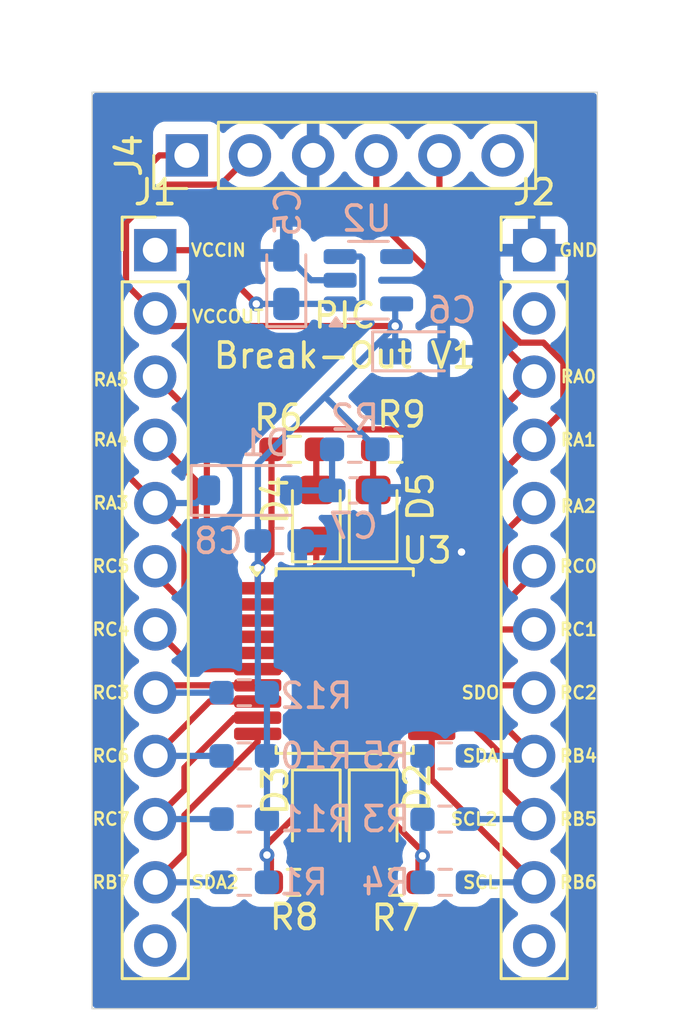
<source format=kicad_pcb>
(kicad_pcb (version 20240108) (generator "pcbnew") (generator_version "8.0")
  (layers (0 "F.Cu" signal) (31 "B.Cu" signal) (34 "B.Paste" user) (35 "F.Paste" user) (36 "B.SilkS" user "B.Silkscreen") (37 "F.SilkS" user "F.Silkscreen") (38 "B.Mask" user) (39 "F.Mask" user) (44 "Edge.Cuts" user))
  (net 0 "")
  (net 1 "GND")
  (net 2 "VCCIN")
  (net 3 "VCCOUT")
  (net 4 "Net-(D1-A)")
  (net 5 "Net-(D2-A)")
  (net 6 "Net-(D3-A)")
  (net 7 "RA4")
  (net 8 "RA5")
  (net 9 "RB7-SDA2")
  (net 10 "RB6-SCL")
  (net 11 "RB5-SCL2")
  (net 12 "RB4-SDA")
  (net 13 "RC7")
  (net 14 "RC6")
  (net 15 "RC3")
  (net 16 "RC4")
  (net 17 "RC5")
  (net 18 "RC2-SDO")
  (net 19 "RC1")
  (net 20 "RC0")
  (net 21 "RA2")
  (net 22 "RA3")
  (net 23 "RA1")
  (net 24 "RA0")
  (net 25 "Net-(D4-A)")
  (net 26 "Net-(D5-A)")
  (footprint "LED_SMD:LED_0805_2012Metric_Pad1.15x1.40mm_HandSolder" (layer "F.Cu") (at 192.278 138.947 -90)
    (property "Reference" "D2" (at -1.152 -1.778 90) (layer "F.SilkS"))
    (property "Value" "LED")
    (fp_line (start -1.86 0.96) (end 1 0.96) (stroke (width 0.12)) (layer "F.SilkS"))
    (fp_line (start -1.86 -0.96) (end -1.86 0.96) (stroke (width 0.12)) (layer "F.SilkS"))
    (fp_line (start 1 -0.96) (end -1.86 -0.96) (stroke (width 0.12)) (layer "F.SilkS"))
    (pad "1" smd roundrect (at -1.025 0 270) (size 1.15 1.4) (layers "F.Cu" "F.Paste" "F.Mask") (roundrect_rratio 0.217391) (net 19 "RC1"))
    (pad "2" smd roundrect (at 1.025 0 270) (size 1.15 1.4) (layers "F.Cu" "F.Paste" "F.Mask") (roundrect_rratio 0.217391) (net 5 "Net-(D2-A)"))
  )
  (footprint "LED_SMD:LED_0805_2012Metric_Pad1.15x1.40mm_HandSolder" (layer "F.Cu") (at 189.992 138.947 -90)
    (property "Reference" "D3" (at -1.025 1.651 90) (layer "F.SilkS"))
    (property "Value" "LED")
    (fp_line (start -1.86 0.96) (end 1 0.96) (stroke (width 0.12)) (layer "F.SilkS"))
    (fp_line (start -1.86 -0.96) (end -1.86 0.96) (stroke (width 0.12)) (layer "F.SilkS"))
    (fp_line (start 1 -0.96) (end -1.86 -0.96) (stroke (width 0.12)) (layer "F.SilkS"))
    (pad "1" smd roundrect (at -1.025 0 270) (size 1.15 1.4) (layers "F.Cu" "F.Paste" "F.Mask") (roundrect_rratio 0.217391) (net 20 "RC0"))
    (pad "2" smd roundrect (at 1.025 0 270) (size 1.15 1.4) (layers "F.Cu" "F.Paste" "F.Mask") (roundrect_rratio 0.217391) (net 6 "Net-(D3-A)"))
  )
  (footprint "Connector_PinHeader_2.54mm:PinHeader_1x06_P2.54mm_Vertical" (layer "F.Cu") (at 184.785 112.395 90)
    (property "Reference" "J4" (at 0 -2.33 90) (layer "F.SilkS"))
    (property "Value" "Conn_01x06_Pin")
    (fp_line (start -1.33 -1.33) (end 0 -1.33) (stroke (width 0.12)) (layer "F.SilkS"))
    (fp_line (start -1.33 0) (end -1.33 -1.33) (stroke (width 0.12)) (layer "F.SilkS"))
    (fp_line (start 1.33 1.27) (end 1.33 14.03) (stroke (width 0.12)) (layer "F.SilkS"))
    (fp_line (start -1.33 1.27) (end 1.33 1.27) (stroke (width 0.12)) (layer "F.SilkS"))
    (fp_line (start -1.33 1.27) (end -1.33 14.03) (stroke (width 0.12)) (layer "F.SilkS"))
    (fp_line (start -1.33 14.03) (end 1.33 14.03) (stroke (width 0.12)) (layer "F.SilkS"))
    (pad "1" thru_hole rect (at 0 0 90) (size 1.7 1.7) (drill 1) (layers "*.Cu" "*.Mask") (net 22 "RA3"))
    (pad "2" thru_hole oval (at 0 2.54 90) (size 1.7 1.7) (drill 1) (layers "*.Cu" "*.Mask") (net 3 "VCCOUT"))
    (pad "3" thru_hole oval (at 0 5.08 90) (size 1.7 1.7) (drill 1) (layers "*.Cu" "*.Mask") (net 1 "GND"))
    (pad "4" thru_hole oval (at 0 7.62 90) (size 1.7 1.7) (drill 1) (layers "*.Cu" "*.Mask") (net 24 "RA0"))
    (pad "5" thru_hole oval (at 0 10.16 90) (size 1.7 1.7) (drill 1) (layers "*.Cu" "*.Mask") (net 23 "RA1"))
    (pad "6" thru_hole oval (at 0 12.7 90) (size 1.7 1.7) (drill 1) (layers "*.Cu" "*.Mask"))
  )
  (footprint "Resistor_SMD:R_0603_1608Metric_Pad0.98x0.95mm_HandSolder" (layer "F.Cu") (at 193.1905 141.605 180)
    (property "Reference" "R7" (at 0 -1.43 0) (layer "F.SilkS"))
    (property "Value" "330R")
    (fp_line (start -0.254724 0.5225) (end 0.254724 0.5225) (stroke (width 0.12)) (layer "F.SilkS"))
    (fp_line (start -0.254724 -0.5225) (end 0.254724 -0.5225) (stroke (width 0.12)) (layer "F.SilkS"))
    (pad "1" smd roundrect (at -0.9125 0 180) (size 0.975 0.95) (layers "F.Cu" "F.Paste" "F.Mask") (net 3 "VCCOUT"))
    (pad "2" smd roundrect (at 0.9125 0 180) (size 0.975 0.95) (layers "F.Cu" "F.Paste" "F.Mask") (net 5 "Net-(D2-A)"))
  )
  (footprint "Resistor_SMD:R_0603_1608Metric_Pad0.98x0.95mm_HandSolder" (layer "F.Cu") (at 189.0795 141.605)
    (property "Reference" "R8" (at 0.0235 1.397 0) (layer "F.SilkS"))
    (property "Value" "330R")
    (fp_line (start -0.254724 -0.5225) (end 0.254724 -0.5225) (stroke (width 0.12)) (layer "F.SilkS"))
    (fp_line (start -0.254724 0.5225) (end 0.254724 0.5225) (stroke (width 0.12)) (layer "F.SilkS"))
    (pad "1" smd roundrect (at -0.9125 0) (size 0.975 0.95) (layers "F.Cu" "F.Paste" "F.Mask") (net 3 "VCCOUT"))
    (pad "2" smd roundrect (at 0.9125 0) (size 0.975 0.95) (layers "F.Cu" "F.Paste" "F.Mask") (net 6 "Net-(D3-A)"))
  )
  (footprint "Package_SO:SSOP-20_5.3x7.2mm_P0.65mm" (layer "F.Cu") (at 191.135 132.715)
    (property "Reference" "U3" (at 3.302 -4.445 0) (layer "F.SilkS"))
    (property "Value" "PIC16F18446T-I/SS")
    (fp_line (start -2.76 -3.71) (end -2.76 -3.435) (stroke (width 0.12)) (layer "F.SilkS"))
    (fp_line (start -2.76 3.71) (end -2.76 3.435) (stroke (width 0.12)) (layer "F.SilkS"))
    (fp_line (start 0 -3.71) (end -2.76 -3.71) (stroke (width 0.12)) (layer "F.SilkS"))
    (fp_line (start 0 -3.71) (end 2.76 -3.71) (stroke (width 0.12)) (layer "F.SilkS"))
    (fp_line (start 0 3.71) (end -2.76 3.71) (stroke (width 0.12)) (layer "F.SilkS"))
    (fp_line (start 0 3.71) (end 2.76 3.71) (stroke (width 0.12)) (layer "F.SilkS"))
    (fp_line (start 2.76 -3.71) (end 2.76 -3.435) (stroke (width 0.12)) (layer "F.SilkS"))
    (fp_line (start 2.76 3.71) (end 2.76 3.435) (stroke (width 0.12)) (layer "F.SilkS"))
    (fp_poly (pts (xy -3.55 -3.435) (xy -3.79 -3.765) (xy -3.31 -3.765) (xy -3.55 -3.435)) (stroke (width 0.12)) (fill solid) (layer "F.SilkS"))
    (pad "1" smd roundrect (at -3.5 -2.925) (size 1.9 0.5) (layers "F.Cu" "F.Paste" "F.Mask") (net 3 "VCCOUT"))
    (pad "2" smd roundrect (at -3.5 -2.275) (size 1.9 0.5) (layers "F.Cu" "F.Paste" "F.Mask") (net 8 "RA5"))
    (pad "3" smd roundrect (at -3.5 -1.625) (size 1.9 0.5) (layers "F.Cu" "F.Paste" "F.Mask") (net 7 "RA4"))
    (pad "4" smd roundrect (at -3.5 -0.975) (size 1.9 0.5) (layers "F.Cu" "F.Paste" "F.Mask") (net 22 "RA3"))
    (pad "5" smd roundrect (at -3.5 -0.325) (size 1.9 0.5) (layers "F.Cu" "F.Paste" "F.Mask") (net 17 "RC5"))
    (pad "6" smd roundrect (at -3.5 0.325) (size 1.9 0.5) (layers "F.Cu" "F.Paste" "F.Mask") (net 16 "RC4"))
    (pad "7" smd roundrect (at -3.5 0.975) (size 1.9 0.5) (layers "F.Cu" "F.Paste" "F.Mask") (net 15 "RC3"))
    (pad "8" smd roundrect (at -3.5 1.625) (size 1.9 0.5) (layers "F.Cu" "F.Paste" "F.Mask") (net 14 "RC6"))
    (pad "9" smd roundrect (at -3.5 2.275) (size 1.9 0.5) (layers "F.Cu" "F.Paste" "F.Mask") (net 13 "RC7"))
    (pad "10" smd roundrect (at -3.5 2.925) (size 1.9 0.5) (layers "F.Cu" "F.Paste" "F.Mask") (net 9 "RB7-SDA2"))
    (pad "11" smd roundrect (at 3.5 2.925) (size 1.9 0.5) (layers "F.Cu" "F.Paste" "F.Mask") (net 10 "RB6-SCL"))
    (pad "12" smd roundrect (at 3.5 2.275) (size 1.9 0.5) (layers "F.Cu" "F.Paste" "F.Mask") (net 11 "RB5-SCL2"))
    (pad "13" smd roundrect (at 3.5 1.625) (size 1.9 0.5) (layers "F.Cu" "F.Paste" "F.Mask") (net 12 "RB4-SDA"))
    (pad "14" smd roundrect (at 3.5 0.975) (size 1.9 0.5) (layers "F.Cu" "F.Paste" "F.Mask") (net 18 "RC2-SDO"))
    (pad "15" smd roundrect (at 3.5 0.325) (size 1.9 0.5) (layers "F.Cu" "F.Paste" "F.Mask") (net 19 "RC1"))
    (pad "16" smd roundrect (at 3.5 -0.325) (size 1.9 0.5) (layers "F.Cu" "F.Paste" "F.Mask") (net 20 "RC0"))
    (pad "17" smd roundrect (at 3.5 -0.975) (size 1.9 0.5) (layers "F.Cu" "F.Paste" "F.Mask") (net 21 "RA2"))
    (pad "18" smd roundrect (at 3.5 -1.625) (size 1.9 0.5) (layers "F.Cu" "F.Paste" "F.Mask") (net 23 "RA1"))
    (pad "19" smd roundrect (at 3.5 -2.275) (size 1.9 0.5) (layers "F.Cu" "F.Paste" "F.Mask") (net 24 "RA0"))
    (pad "20" smd roundrect (at 3.5 -2.925) (size 1.9 0.5) (layers "F.Cu" "F.Paste" "F.Mask") (net 1 "GND"))
  )
  (footprint "LED_SMD:LED_0805_2012Metric_Pad1.15x1.40mm_HandSolder" (layer "F.Cu") (at 189.992 126.864 90)
    (property "Reference" "D4" (at 0.626 -1.651 90) (layer "F.SilkS"))
    (property "Value" "LED")
    (fp_line (start 1 -0.96) (end -1.86 -0.96) (stroke (width 0.12)) (layer "F.SilkS"))
    (fp_line (start -1.86 -0.96) (end -1.86 0.96) (stroke (width 0.12)) (layer "F.SilkS"))
    (fp_line (start -1.86 0.96) (end 1 0.96) (stroke (width 0.12)) (layer "F.SilkS"))
    (pad "1" smd roundrect (at -1.025 0 90) (size 1.15 1.4) (layers "F.Cu" "F.Paste" "F.Mask") (roundrect_rratio 0.217391) (net 17 "RC5"))
    (pad "2" smd roundrect (at 1.025 0 90) (size 1.15 1.4) (layers "F.Cu" "F.Paste" "F.Mask") (roundrect_rratio 0.217391) (net 25 "Net-(D4-A)"))
  )
  (footprint "LED_SMD:LED_0805_2012Metric_Pad1.15x1.40mm_HandSolder" (layer "F.Cu") (at 192.278 126.864 90)
    (property "Reference" "D5" (at 0.753 1.905 90) (layer "F.SilkS"))
    (property "Value" "LED")
    (fp_line (start 1 -0.96) (end -1.86 -0.96) (stroke (width 0.12)) (layer "F.SilkS"))
    (fp_line (start -1.86 -0.96) (end -1.86 0.96) (stroke (width 0.12)) (layer "F.SilkS"))
    (fp_line (start -1.86 0.96) (end 1 0.96) (stroke (width 0.12)) (layer "F.SilkS"))
    (pad "1" smd roundrect (at -1.025 0 90) (size 1.15 1.4) (layers "F.Cu" "F.Paste" "F.Mask") (roundrect_rratio 0.217391) (net 16 "RC4"))
    (pad "2" smd roundrect (at 1.025 0 90) (size 1.15 1.4) (layers "F.Cu" "F.Paste" "F.Mask") (roundrect_rratio 0.217391) (net 26 "Net-(D5-A)"))
  )
  (footprint "Resistor_SMD:R_0603_1608Metric_Pad0.98x0.95mm_HandSolder" (layer "F.Cu") (at 189.103 124.206)
    (property "Reference" "R6" (at -0.635 -1.27 0) (layer "F.SilkS"))
    (property "Value" "330R")
    (fp_line (start -0.254724 -0.5225) (end 0.254724 -0.5225) (stroke (width 0.12)) (layer "F.SilkS"))
    (fp_line (start -0.254724 0.5225) (end 0.254724 0.5225) (stroke (width 0.12)) (layer "F.SilkS"))
    (pad "1" smd roundrect (at -0.9125 0) (size 0.975 0.95) (layers "F.Cu" "F.Paste" "F.Mask") (net 3 "VCCOUT"))
    (pad "2" smd roundrect (at 0.9125 0) (size 0.975 0.95) (layers "F.Cu" "F.Paste" "F.Mask") (net 25 "Net-(D4-A)"))
  )
  (footprint "Resistor_SMD:R_0603_1608Metric_Pad0.98x0.95mm_HandSolder" (layer "F.Cu") (at 193.1905 124.206 180)
    (property "Reference" "R9" (at -0.2305 1.397 0) (layer "F.SilkS"))
    (property "Value" "330R")
    (fp_line (start -0.254724 0.5225) (end 0.254724 0.5225) (stroke (width 0.12)) (layer "F.SilkS"))
    (fp_line (start -0.254724 -0.5225) (end 0.254724 -0.5225) (stroke (width 0.12)) (layer "F.SilkS"))
    (pad "1" smd roundrect (at -0.9125 0 180) (size 0.975 0.95) (layers "F.Cu" "F.Paste" "F.Mask") (net 3 "VCCOUT"))
    (pad "2" smd roundrect (at 0.9125 0 180) (size 0.975 0.95) (layers "F.Cu" "F.Paste" "F.Mask") (net 26 "Net-(D5-A)"))
  )
  (footprint "Connector_PinHeader_2.54mm:PinHeader_1x12_P2.54mm_Vertical" (layer "F.Cu") (at 183.515 116.205)
    (property "Reference" "J1" (at 0 -2.33 0) (layer "F.SilkS"))
    (property "Value" "Conn_01x12_Pin")
    (fp_line (start -1.33 -1.33) (end 0 -1.33) (stroke (width 0.12)) (layer "F.SilkS"))
    (fp_line (start -1.33 0) (end -1.33 -1.33) (stroke (width 0.12)) (layer "F.SilkS"))
    (fp_line (start -1.33 1.27) (end -1.33 29.27) (stroke (width 0.12)) (layer "F.SilkS"))
    (fp_line (start -1.33 1.27) (end 1.33 1.27) (stroke (width 0.12)) (layer "F.SilkS"))
    (fp_line (start -1.33 29.27) (end 1.33 29.27) (stroke (width 0.12)) (layer "F.SilkS"))
    (fp_line (start 1.33 1.27) (end 1.33 29.27) (stroke (width 0.12)) (layer "F.SilkS"))
    (pad "1" thru_hole rect (at 0 0) (size 1.7 1.7) (drill 1) (layers "*.Cu" "*.Mask") (net 2 "VCCIN"))
    (pad "2" thru_hole oval (at 0 2.54) (size 1.7 1.7) (drill 1) (layers "*.Cu" "*.Mask") (net 3 "VCCOUT"))
    (pad "3" thru_hole oval (at 0 5.08) (size 1.7 1.7) (drill 1) (layers "*.Cu" "*.Mask") (net 8 "RA5"))
    (pad "4" thru_hole oval (at 0 7.62) (size 1.7 1.7) (drill 1) (layers "*.Cu" "*.Mask") (net 7 "RA4"))
    (pad "5" thru_hole oval (at 0 10.16) (size 1.7 1.7) (drill 1) (layers "*.Cu" "*.Mask") (net 22 "RA3"))
    (pad "6" thru_hole oval (at 0 12.7) (size 1.7 1.7) (drill 1) (layers "*.Cu" "*.Mask") (net 17 "RC5"))
    (pad "7" thru_hole oval (at 0 15.24) (size 1.7 1.7) (drill 1) (layers "*.Cu" "*.Mask") (net 16 "RC4"))
    (pad "8" thru_hole oval (at 0 17.78) (size 1.7 1.7) (drill 1) (layers "*.Cu" "*.Mask") (net 15 "RC3"))
    (pad "9" thru_hole oval (at 0 20.32) (size 1.7 1.7) (drill 1) (layers "*.Cu" "*.Mask") (net 14 "RC6"))
    (pad "10" thru_hole oval (at 0 22.86) (size 1.7 1.7) (drill 1) (layers "*.Cu" "*.Mask") (net 13 "RC7"))
    (pad "11" thru_hole oval (at 0 25.4) (size 1.7 1.7) (drill 1) (layers "*.Cu" "*.Mask") (net 9 "RB7-SDA2"))
    (pad "12" thru_hole oval (at 0 27.94) (size 1.7 1.7) (drill 1) (layers "*.Cu" "*.Mask"))
  )
  (footprint "Connector_PinHeader_2.54mm:PinHeader_1x12_P2.54mm_Vertical" (layer "F.Cu") (at 198.755 116.205)
    (property "Reference" "J2" (at 0 -2.33 0) (layer "F.SilkS"))
    (property "Value" "Conn_01x12_Pin")
    (fp_line (start -1.33 -1.33) (end 0 -1.33) (stroke (width 0.12)) (layer "F.SilkS"))
    (fp_line (start -1.33 0) (end -1.33 -1.33) (stroke (width 0.12)) (layer "F.SilkS"))
    (fp_line (start -1.33 1.27) (end -1.33 29.27) (stroke (width 0.12)) (layer "F.SilkS"))
    (fp_line (start -1.33 1.27) (end 1.33 1.27) (stroke (width 0.12)) (layer "F.SilkS"))
    (fp_line (start -1.33 29.27) (end 1.33 29.27) (stroke (width 0.12)) (layer "F.SilkS"))
    (fp_line (start 1.33 1.27) (end 1.33 29.27) (stroke (width 0.12)) (layer "F.SilkS"))
    (pad "1" thru_hole rect (at 0 0) (size 1.7 1.7) (drill 1) (layers "*.Cu" "*.Mask") (net 1 "GND"))
    (pad "2" thru_hole oval (at 0 2.54) (size 1.7 1.7) (drill 1) (layers "*.Cu" "*.Mask"))
    (pad "3" thru_hole oval (at 0 5.08) (size 1.7 1.7) (drill 1) (layers "*.Cu" "*.Mask") (net 24 "RA0"))
    (pad "4" thru_hole oval (at 0 7.62) (size 1.7 1.7) (drill 1) (layers "*.Cu" "*.Mask") (net 23 "RA1"))
    (pad "5" thru_hole oval (at 0 10.16) (size 1.7 1.7) (drill 1) (layers "*.Cu" "*.Mask") (net 21 "RA2"))
    (pad "6" thru_hole oval (at 0 12.7) (size 1.7 1.7) (drill 1) (layers "*.Cu" "*.Mask") (net 20 "RC0"))
    (pad "7" thru_hole oval (at 0 15.24) (size 1.7 1.7) (drill 1) (layers "*.Cu" "*.Mask") (net 19 "RC1"))
    (pad "8" thru_hole oval (at 0 17.78) (size 1.7 1.7) (drill 1) (layers "*.Cu" "*.Mask") (net 18 "RC2-SDO"))
    (pad "9" thru_hole oval (at 0 20.32) (size 1.7 1.7) (drill 1) (layers "*.Cu" "*.Mask") (net 12 "RB4-SDA"))
    (pad "10" thru_hole oval (at 0 22.86) (size 1.7 1.7) (drill 1) (layers "*.Cu" "*.Mask") (net 11 "RB5-SCL2"))
    (pad "11" thru_hole oval (at 0 25.4) (size 1.7 1.7) (drill 1) (layers "*.Cu" "*.Mask") (net 10 "RB6-SCL"))
    (pad "12" thru_hole oval (at 0 27.94) (size 1.7 1.7) (drill 1) (layers "*.Cu" "*.Mask"))
  )
  (footprint "Capacitor_Tantalum_SMD:CP_EIA-2012-15_AVX-P_Pad1.30x1.05mm_HandSolder" (layer "B.Cu") (at 188.7855 117.389 90)
    (property "Reference" "C5" (at 2.708 0.0635 90) (layer "B.SilkS") (effects (justify mirror)))
    (property "Value" "10uF/10V")
    (fp_line (start 1 -0.785) (end -1.885 -0.785) (stroke (width 0.12)) (layer "B.SilkS"))
    (fp_line (start -1.885 -0.785) (end -1.885 0.785) (stroke (width 0.12)) (layer "B.SilkS"))
    (fp_line (start -1.885 0.785) (end 1 0.785) (stroke (width 0.12)) (layer "B.SilkS"))
    (pad "1" smd roundrect (at -0.975 0 90) (size 1.3 1.05) (layers "B.Cu" "B.Paste" "B.Mask") (roundrect_rratio 0.238095) (net 2 "VCCIN"))
    (pad "2" smd roundrect (at 0.975 0 90) (size 1.3 1.05) (layers "B.Cu" "B.Paste" "B.Mask") (roundrect_rratio 0.238095) (net 1 "GND"))
  )
  (footprint "Package_TO_SOT_SMD:SOT-23-5" (layer "B.Cu") (at 192.0875 117.4115)
    (property "Reference" "U2" (at -0.0635 -2.4765 0) (layer "B.SilkS") (effects (justify mirror)))
    (property "Value" "TC1185-5.0VCT713")
    (fp_line (start -0.8 -1.56) (end 0 -1.56) (stroke (width 0.12)) (layer "B.SilkS"))
    (fp_line (start -0.8 1.56) (end 0 1.56) (stroke (width 0.12)) (layer "B.SilkS"))
    (fp_line (start 0.8 -1.56) (end 0 -1.56) (stroke (width 0.12)) (layer "B.SilkS"))
    (fp_line (start 0.8 1.56) (end 0 1.56) (stroke (width 0.12)) (layer "B.SilkS"))
    (fp_poly (pts (xy -1.3 1.51) (xy -1.54 1.84) (xy -1.06 1.84) (xy -1.3 1.51)) (stroke (width 0.12)) (fill solid) (layer "B.SilkS"))
    (pad "1" smd roundrect (at -1.1375 0.95) (size 1.325 0.6) (layers "B.Cu" "B.Paste" "B.Mask") (net 2 "VCCIN"))
    (pad "2" smd roundrect (at -1.1375 0) (size 1.325 0.6) (layers "B.Cu" "B.Paste" "B.Mask") (net 1 "GND"))
    (pad "3" smd roundrect (at -1.1375 -0.95) (size 1.325 0.6) (layers "B.Cu" "B.Paste" "B.Mask") (net 2 "VCCIN"))
    (pad "4" smd roundrect (at 1.1375 -0.95) (size 1.325 0.6) (layers "B.Cu" "B.Paste" "B.Mask"))
    (pad "5" smd roundrect (at 1.1375 0.95) (size 1.325 0.6) (layers "B.Cu" "B.Paste" "B.Mask") (net 3 "VCCOUT"))
  )
  (footprint "Capacitor_SMD:C_0603_1608Metric_Pad1.08x0.95mm_HandSolder" (layer "B.Cu") (at 191.4895 125.857)
    (property "Reference" "C7" (at 0 1.43 0) (layer "B.SilkS") (effects (justify mirror)))
    (property "Value" "10nF")
    (fp_line (start 0.146267 -0.51) (end -0.146267 -0.51) (stroke (width 0.12)) (layer "B.SilkS"))
    (fp_line (start 0.146267 0.51) (end -0.146267 0.51) (stroke (width 0.12)) (layer "B.SilkS"))
    (pad "1" smd roundrect (at -0.8625 0) (size 1.075 0.95) (layers "B.Cu" "B.Paste" "B.Mask") (net 4 "Net-(D1-A)"))
    (pad "2" smd roundrect (at 0.8625 0) (size 1.075 0.95) (layers "B.Cu" "B.Paste" "B.Mask") (net 1 "GND"))
  )
  (footprint "Capacitor_SMD:C_0603_1608Metric_Pad1.08x0.95mm_HandSolder" (layer "B.Cu") (at 188.505 127.889 180)
    (property "Reference" "C8" (at 2.45 0 0) (layer "B.SilkS") (effects (justify mirror)))
    (property "Value" "100nF")
    (fp_line (start 0.146267 0.51) (end -0.146267 0.51) (stroke (width 0.12)) (layer "B.SilkS"))
    (fp_line (start 0.146267 -0.51) (end -0.146267 -0.51) (stroke (width 0.12)) (layer "B.SilkS"))
    (pad "1" smd roundrect (at -0.8625 0 180) (size 1.075 0.95) (layers "B.Cu" "B.Paste" "B.Mask") (net 1 "GND"))
    (pad "2" smd roundrect (at 0.8625 0 180) (size 1.075 0.95) (layers "B.Cu" "B.Paste" "B.Mask") (net 3 "VCCOUT"))
  )
  (footprint "Diode_SMD:D_SOD-123" (layer "B.Cu") (at 187.324 125.857)
    (property "Reference" "D1" (at 0.636 -1.905 0) (layer "B.SilkS") (effects (justify mirror)))
    (property "Value" "1N4148W")
    (fp_line (start -2.36 -1) (end -2.36 1) (stroke (width 0.12)) (layer "B.SilkS"))
    (fp_line (start 1.65 -1) (end -2.36 -1) (stroke (width 0.12)) (layer "B.SilkS"))
    (fp_line (start 1.65 1) (end -2.36 1) (stroke (width 0.12)) (layer "B.SilkS"))
    (pad "1" smd roundrect (at -1.65 0) (size 0.9 1.2) (layers "B.Cu" "B.Paste" "B.Mask") (net 22 "RA3"))
    (pad "2" smd roundrect (at 1.65 0) (size 0.9 1.2) (layers "B.Cu" "B.Paste" "B.Mask") (net 4 "Net-(D1-A)"))
  )
  (footprint "Resistor_SMD:R_0603_1608Metric_Pad0.98x0.95mm_HandSolder" (layer "B.Cu") (at 187.0945 141.605 180)
    (property "Reference" "R1" (at -2.3895 0 0) (layer "B.SilkS") (effects (justify mirror)))
    (property "Value" "4K99")
    (fp_line (start 0.254724 0.5225) (end -0.254724 0.5225) (stroke (width 0.12)) (layer "B.SilkS"))
    (fp_line (start 0.254724 -0.5225) (end -0.254724 -0.5225) (stroke (width 0.12)) (layer "B.SilkS"))
    (pad "1" smd roundrect (at -0.9125 0 180) (size 0.975 0.95) (layers "B.Cu" "B.Paste" "B.Mask") (net 3 "VCCOUT"))
    (pad "2" smd roundrect (at 0.9125 0 180) (size 0.975 0.95) (layers "B.Cu" "B.Paste" "B.Mask") (net 9 "RB7-SDA2"))
  )
  (footprint "Resistor_SMD:R_0603_1608Metric_Pad0.98x0.95mm_HandSolder" (layer "B.Cu") (at 191.5395 124.206 180)
    (property "Reference" "R2" (at 0 1.27 0) (layer "B.SilkS") (effects (justify mirror)))
    (property "Value" "4k99")
    (fp_line (start 0.254724 0.5225) (end -0.254724 0.5225) (stroke (width 0.12)) (layer "B.SilkS"))
    (fp_line (start 0.254724 -0.5225) (end -0.254724 -0.5225) (stroke (width 0.12)) (layer "B.SilkS"))
    (pad "1" smd roundrect (at -0.9125 0 180) (size 0.975 0.95) (layers "B.Cu" "B.Paste" "B.Mask") (net 3 "VCCOUT"))
    (pad "2" smd roundrect (at 0.9125 0 180) (size 0.975 0.95) (layers "B.Cu" "B.Paste" "B.Mask") (net 4 "Net-(D1-A)"))
  )
  (footprint "Resistor_SMD:R_0603_1608Metric_Pad0.98x0.95mm_HandSolder" (layer "B.Cu") (at 195.1755 139.065)
    (property "Reference" "R3" (at -2.3895 0 0) (layer "B.SilkS") (effects (justify mirror)))
    (property "Value" "4K99")
    (fp_line (start 0.254724 -0.5225) (end -0.254724 -0.5225) (stroke (width 0.12)) (layer "B.SilkS"))
    (fp_line (start 0.254724 0.5225) (end -0.254724 0.5225) (stroke (width 0.12)) (layer "B.SilkS"))
    (pad "1" smd roundrect (at -0.9125 0) (size 0.975 0.95) (layers "B.Cu" "B.Paste" "B.Mask") (net 3 "VCCOUT"))
    (pad "2" smd roundrect (at 0.9125 0) (size 0.975 0.95) (layers "B.Cu" "B.Paste" "B.Mask") (net 11 "RB5-SCL2"))
  )
  (footprint "Resistor_SMD:R_0603_1608Metric_Pad0.98x0.95mm_HandSolder" (layer "B.Cu") (at 195.1755 141.605)
    (property "Reference" "R4" (at -2.3895 0 0) (layer "B.SilkS") (effects (justify mirror)))
    (property "Value" "4K99")
    (fp_line (start 0.254724 -0.5225) (end -0.254724 -0.5225) (stroke (width 0.12)) (layer "B.SilkS"))
    (fp_line (start 0.254724 0.5225) (end -0.254724 0.5225) (stroke (width 0.12)) (layer "B.SilkS"))
    (pad "1" smd roundrect (at -0.9125 0) (size 0.975 0.95) (layers "B.Cu" "B.Paste" "B.Mask") (net 3 "VCCOUT"))
    (pad "2" smd roundrect (at 0.9125 0) (size 0.975 0.95) (layers "B.Cu" "B.Paste" "B.Mask") (net 10 "RB6-SCL"))
  )
  (footprint "Resistor_SMD:R_0603_1608Metric_Pad0.98x0.95mm_HandSolder" (layer "B.Cu") (at 195.1755 136.525)
    (property "Reference" "R5" (at -2.3895 0 0) (layer "B.SilkS") (effects (justify mirror)))
    (property "Value" "4K99")
    (fp_line (start 0.254724 -0.5225) (end -0.254724 -0.5225) (stroke (width 0.12)) (layer "B.SilkS"))
    (fp_line (start 0.254724 0.5225) (end -0.254724 0.5225) (stroke (width 0.12)) (layer "B.SilkS"))
    (pad "1" smd roundrect (at -0.9125 0) (size 0.975 0.95) (layers "B.Cu" "B.Paste" "B.Mask") (net 3 "VCCOUT"))
    (pad "2" smd roundrect (at 0.9125 0) (size 0.975 0.95) (layers "B.Cu" "B.Paste" "B.Mask") (net 12 "RB4-SDA"))
  )
  (footprint "Resistor_SMD:R_0603_1608Metric_Pad0.98x0.95mm_HandSolder" (layer "B.Cu") (at 187.0945 136.525 180)
    (property "Reference" "R10" (at -2.8975 0 0) (layer "B.SilkS") (effects (justify mirror)))
    (property "Value" "4K99")
    (fp_line (start 0.254724 0.5225) (end -0.254724 0.5225) (stroke (width 0.12)) (layer "B.SilkS"))
    (fp_line (start 0.254724 -0.5225) (end -0.254724 -0.5225) (stroke (width 0.12)) (layer "B.SilkS"))
    (pad "1" smd roundrect (at -0.9125 0 180) (size 0.975 0.95) (layers "B.Cu" "B.Paste" "B.Mask") (net 3 "VCCOUT"))
    (pad "2" smd roundrect (at 0.9125 0 180) (size 0.975 0.95) (layers "B.Cu" "B.Paste" "B.Mask") (net 14 "RC6"))
  )
  (footprint "Resistor_SMD:R_0603_1608Metric_Pad0.98x0.95mm_HandSolder" (layer "B.Cu") (at 187.0945 139.065 180)
    (property "Reference" "R11" (at -2.8975 0 0) (layer "B.SilkS") (effects (justify mirror)))
    (property "Value" "4K99")
    (fp_line (start 0.254724 0.5225) (end -0.254724 0.5225) (stroke (width 0.12)) (layer "B.SilkS"))
    (fp_line (start 0.254724 -0.5225) (end -0.254724 -0.5225) (stroke (width 0.12)) (layer "B.SilkS"))
    (pad "1" smd roundrect (at -0.9125 0 180) (size 0.975 0.95) (layers "B.Cu" "B.Paste" "B.Mask") (net 3 "VCCOUT"))
    (pad "2" smd roundrect (at 0.9125 0 180) (size 0.975 0.95) (layers "B.Cu" "B.Paste" "B.Mask") (net 13 "RC7"))
  )
  (footprint "Resistor_SMD:R_0603_1608Metric_Pad0.98x0.95mm_HandSolder" (layer "B.Cu") (at 187.0945 133.985 180)
    (property "Reference" "R12" (at -2.8975 -0.127 0) (layer "B.SilkS") (effects (justify mirror)))
    (property "Value" "4K99")
    (fp_line (start 0.254724 0.5225) (end -0.254724 0.5225) (stroke (width 0.12)) (layer "B.SilkS"))
    (fp_line (start 0.254724 -0.5225) (end -0.254724 -0.5225) (stroke (width 0.12)) (layer "B.SilkS"))
    (pad "1" smd roundrect (at -0.9125 0 180) (size 0.975 0.95) (layers "B.Cu" "B.Paste" "B.Mask") (net 3 "VCCOUT"))
    (pad "2" smd roundrect (at 0.9125 0 180) (size 0.975 0.95) (layers "B.Cu" "B.Paste" "B.Mask") (net 15 "RC3"))
  )
  (footprint "Capacitor_Tantalum_SMD:CP_EIA-2012-15_AVX-P_Pad1.30x1.05mm_HandSolder" (layer "B.Cu") (at 194.142 120.269)
    (property "Reference" "C6" (at 1.311 -1.651 0) (layer "B.SilkS") (effects (justify mirror)))
    (property "Value" "10uF/10V")
    (fp_line (start -1.885 -0.785) (end -1.885 0.785) (stroke (width 0.12)) (layer "B.SilkS"))
    (fp_line (start -1.885 0.785) (end 1 0.785) (stroke (width 0.12)) (layer "B.SilkS"))
    (fp_line (start 1 -0.785) (end -1.885 -0.785) (stroke (width 0.12)) (layer "B.SilkS"))
    (pad "1" smd roundrect (at -0.975 0) (size 1.3 1.05) (layers "B.Cu" "B.Paste" "B.Mask") (roundrect_rratio 0.238095) (net 3 "VCCOUT"))
    (pad "2" smd roundrect (at 0.975 0) (size 1.3 1.05) (layers "B.Cu" "B.Paste" "B.Mask") (roundrect_rratio 0.238095) (net 1 "GND"))
  )
  (gr_line (start 180.975 146.685) (end 180.975 109.855) (stroke (width 0.05)) (layer "Edge.Cuts"))
  (gr_line (start 180.975 109.855) (end 201.295 109.855) (stroke (width 0.05)) (layer "Edge.Cuts"))
  (gr_line (start 201.295 109.855) (end 201.295 146.685) (stroke (width 0.05)) (layer "Edge.Cuts"))
  (gr_line (start 201.295 146.685) (end 180.975 146.685) (stroke (width 0.05)) (layer "Edge.Cuts"))
  (gr_text "VCCOUT" (at 186.436 118.872 0) (layer "F.SilkS") (effects (font (size 0.5 0.5) (thickness 0.1))))
  (gr_text "RA5" (at 181.737 121.412 0) (layer "F.SilkS") (effects (font (size 0.5 0.5) (thickness 0.1))))
  (gr_text "RA4" (at 181.737 123.825 0) (layer "F.SilkS") (effects (font (size 0.5 0.5) (thickness 0.1))))
  (gr_text "RA3" (at 181.737 126.365 0) (layer "F.SilkS") (effects (font (size 0.5 0.5) (thickness 0.1))))
  (gr_text "RC5" (at 181.737 128.905 0) (layer "F.SilkS") (effects (font (size 0.5 0.5) (thickness 0.1))))
  (gr_text "RC4" (at 181.737 131.445 0) (layer "F.SilkS") (effects (font (size 0.5 0.5) (thickness 0.1))))
  (gr_text "RC3" (at 181.737 133.985 0) (layer "F.SilkS") (effects (font (size 0.5 0.5) (thickness 0.1))))
  (gr_text "RC6" (at 181.737 136.525 0) (layer "F.SilkS") (effects (font (size 0.5 0.5) (thickness 0.1))))
  (gr_text "RC7" (at 181.737 139.065 0) (layer "F.SilkS") (effects (font (size 0.5 0.5) (thickness 0.1))))
  (gr_text "RB7" (at 181.737 141.605 0) (layer "F.SilkS") (effects (font (size 0.5 0.5) (thickness 0.1))))
  (gr_text "SDA2" (at 185.928 141.605 0) (layer "F.SilkS") (effects (font (size 0.5 0.5) (thickness 0.1))))
  (gr_text "GND" (at 200.533 116.205 0) (layer "F.SilkS") (effects (font (size 0.5 0.5) (thickness 0.1))))
  (gr_text "RA0" (at 200.533 121.285 0) (layer "F.SilkS") (effects (font (size 0.5 0.5) (thickness 0.1))))
  (gr_text "RA1" (at 200.533 123.825 0) (layer "F.SilkS") (effects (font (size 0.5 0.5) (thickness 0.1))))
  (gr_text "RA2" (at 200.533 126.492 0) (layer "F.SilkS") (effects (font (size 0.5 0.5) (thickness 0.1))))
  (gr_text "RC0" (at 200.533 128.905 0) (layer "F.SilkS") (effects (font (size 0.5 0.5) (thickness 0.1))))
  (gr_text "RC1" (at 200.533 131.445 0) (layer "F.SilkS") (effects (font (size 0.5 0.5) (thickness 0.1))))
  (gr_text "RC2" (at 200.533 133.985 0) (layer "F.SilkS") (effects (font (size 0.5 0.5) (thickness 0.1))))
  (gr_text "SDO" (at 196.596 133.985 0) (layer "F.SilkS") (effects (font (size 0.5 0.5) (thickness 0.1))))
  (gr_text "RB4" (at 200.533 136.525 0) (layer "F.SilkS") (effects (font (size 0.5 0.5) (thickness 0.1))))
  (gr_text "SDA" (at 196.596 136.525 0) (layer "F.SilkS") (effects (font (size 0.5 0.5) (thickness 0.1))))
  (gr_text "RB5" (at 200.533 139.065 0) (layer "F.SilkS") (effects (font (size 0.5 0.5) (thickness 0.1))))
  (gr_text "SCL2" (at 196.342 139.065 0) (layer "F.SilkS") (effects (font (size 0.5 0.5) (thickness 0.1))))
  (gr_text "RB6" (at 200.533 141.605 0) (layer "F.SilkS") (effects (font (size 0.5 0.5) (thickness 0.1))))
  (gr_text "SCL" (at 196.596 141.605 0) (layer "F.SilkS") (effects (font (size 0.5 0.5) (thickness 0.1))))
  (gr_text "PIC\nBreak-Out V1" (at 191.135 119.634 0) (layer "F.SilkS") (effects (font (size 1 1))))
  (gr_text "VCCIN" (at 186.055 116.205 0) (layer "F.SilkS") (effects (font (size 0.5 0.5) (thickness 0.1))))
  (segment (start 194.635 129.79) (end 194.635 129.5325) (width 0.25) (layer "F.Cu") (net 1))
  (segment (start 194.635 129.5325) (end 195.834 128.3335) (width 0.25) (layer "F.Cu") (net 1))
  (via (at 195.834 128.3335) (size 0.6) (drill 0.3) (layers "F.Cu" "B.Cu") (net 1))
  (segment (start 190.9875 117.4115) (end 189.783 117.4115) (width 0.25) (layer "B.Cu") (net 1))
  (segment (start 189.783 117.4115) (end 188.7855 116.414) (width 0.25) (layer "B.Cu") (net 1))
  (segment (start 185.42 116.205) (end 187.579 118.364) (width 0.25) (layer "F.Cu") (net 2))
  (segment (start 183.515 116.205) (end 185.42 116.205) (width 0.25) (layer "F.Cu") (net 2))
  (via (at 187.579 118.364) (size 0.6) (drill 0.3) (layers "F.Cu" "B.Cu") (net 2))
  (segment (start 191.842501 118.286499) (end 191.842501 116.536501) (width 0.25) (layer "B.Cu") (net 2))
  (segment (start 190.9875 118.3615) (end 191.7675 118.3615) (width 0.25) (layer "B.Cu") (net 2))
  (segment (start 188.788 118.3615) (end 188.7855 118.364) (width 0.25) (layer "B.Cu") (net 2))
  (segment (start 191.842501 116.536501) (end 191.7675 116.4615) (width 0.25) (layer "B.Cu") (net 2))
  (segment (start 191.7675 118.3615) (end 191.842501 118.286499) (width 0.25) (layer "B.Cu") (net 2))
  (segment (start 187.579 118.364) (end 188.7855 118.364) (width 0.25) (layer "B.Cu") (net 2))
  (segment (start 190.9875 118.3615) (end 188.788 118.3615) (width 0.25) (layer "B.Cu") (net 2))
  (segment (start 191.7675 116.4615) (end 190.9875 116.4615) (width 0.25) (layer "B.Cu") (net 2))
  (segment (start 182.339999 117.569999) (end 182.339999 115.094999) (width 0.25) (layer "F.Cu") (net 3))
  (segment (start 187.635 129.79) (end 187.635 128.976) (width 0.25) (layer "F.Cu") (net 3))
  (segment (start 188.007 140.084736) (end 189.019746 139.07199) (width 0.25) (layer "F.Cu") (net 3))
  (segment (start 188.1905 124.206) (end 188.99051 123.40599) (width 0.25) (layer "F.Cu") (net 3))
  (segment (start 184.023 119.253) (end 183.515 118.745) (width 0.25) (layer "F.Cu") (net 3))
  (segment (start 188.1905 124.206) (end 188.1905 128.4205) (width 0.25) (layer "F.Cu") (net 3))
  (segment (start 183.515 118.745) (end 182.339999 117.569999) (width 0.25) (layer "F.Cu") (net 3))
  (segment (start 192.96618 139.07199) (end 194.263 140.36881) (width 0.25) (layer "F.Cu") (net 3))
  (segment (start 194.263 140.36881) (end 194.263 140.542) (width 0.25) (layer "F.Cu") (net 3))
  (segment (start 182.339999 115.094999) (end 183.864997 113.570001) (width 0.25) (layer "F.Cu") (net 3))
  (segment (start 188.167 140.669) (end 188.007 140.509) (width 0.25) (layer "F.Cu") (net 3))
  (segment (start 188.007 140.509) (end 188.007 140.084736) (width 0.25) (layer "F.Cu") (net 3))
  (segment (start 194.103 140.702) (end 194.263 140.542) (width 0.25) (layer "F.Cu") (net 3))
  (segment (start 187.635 128.976) (end 187.6425 128.9685) (width 0.25) (layer "F.Cu") (net 3))
  (segment (start 188.99051 123.40599) (end 193.30299 123.40599) (width 0.25) (layer "F.Cu") (net 3))
  (segment (start 186.149999 113.570001) (end 187.325 112.395) (width 0.25) (layer "F.Cu") (net 3))
  (segment (start 189.019746 139.07199) (end 192.96618 139.07199) (width 0.25) (layer "F.Cu") (net 3))
  (segment (start 188.167 141.605) (end 188.167 140.669) (width 0.25) (layer "F.Cu") (net 3))
  (segment (start 183.864997 113.570001) (end 186.149999 113.570001) (width 0.25) (layer "F.Cu") (net 3))
  (segment (start 193.30299 123.40599) (end 194.103 124.206) (width 0.25) (layer "F.Cu") (net 3))
  (segment (start 194.103 141.605) (end 194.103 140.702) (width 0.25) (layer "F.Cu") (net 3))
  (segment (start 193.167 119.253) (end 184.023 119.253) (width 0.25) (layer "F.Cu") (net 3))
  (segment (start 188.1905 128.4205) (end 187.6425 128.9685) (width 0.25) (layer "F.Cu") (net 3))
  (via (at 188.007 140.509) (size 0.6) (drill 0.3) (layers "F.Cu" "B.Cu") (net 3))
  (via (at 193.167 119.253) (size 0.6) (drill 0.3) (layers "F.Cu" "B.Cu") (net 3))
  (via (at 194.263 140.542) (size 0.6) (drill 0.3) (layers "F.Cu" "B.Cu") (net 3))
  (via (at 187.6425 128.9685) (size 0.6) (drill 0.3) (layers "F.Cu" "B.Cu") (net 3))
  (segment (start 193.167 119.253) (end 193.167 118.382) (width 0.25) (layer "B.Cu") (net 3))
  (segment (start 194.263 139.065) (end 194.263 136.525) (width 0.25) (layer "B.Cu") (net 3))
  (segment (start 187.6425 124.7775) (end 190.3095 122.1105) (width 0.25) (layer "B.Cu") (net 3))
  (segment (start 190.3095 122.1105) (end 193.167 119.253) (width 0.25) (layer "B.Cu") (net 3))
  (segment (start 190.3095 122.1105) (end 190.3565 122.1105) (width 0.25) (layer "B.Cu") (net 3))
  (segment (start 194.263 140.542) (end 194.263 139.065) (width 0.25) (layer "B.Cu") (net 3))
  (segment (start 187.6425 133.6205) (end 188.007 133.985) (width 0.25) (layer "B.Cu") (net 3))
  (segment (start 193.167 120.269) (end 193.167 119.253) (width 0.25) (layer "B.Cu") (net 3))
  (segment (start 188.007 139.065) (end 188.007 136.525) (width 0.25) (layer "B.Cu") (net 3))
  (segment (start 187.6425 127.889) (end 187.6425 128.9685) (width 0.25) (layer "B.Cu") (net 3))
  (segment (start 187.6425 128.9685) (end 187.6425 133.6205) (width 0.25) (layer "B.Cu") (net 3))
  (segment (start 190.3565 122.1105) (end 192.452 124.206) (width 0.25) (layer "B.Cu") (net 3))
  (segment (start 194.263 141.605) (end 194.263 140.542) (width 0.25) (layer "B.Cu") (net 3))
  (segment (start 188.007 140.509) (end 188.007 139.065) (width 0.25) (layer "B.Cu") (net 3))
  (segment (start 188.007 136.525) (end 188.007 133.985) (width 0.25) (layer "B.Cu") (net 3))
  (segment (start 187.6425 128.9685) (end 187.6425 124.7775) (width 0.25) (layer "B.Cu") (net 3))
  (segment (start 188.007 141.605) (end 188.007 140.509) (width 0.25) (layer "B.Cu") (net 3))
  (segment (start 193.167 118.382) (end 193.1875 118.3615) (width 0.25) (layer "B.Cu") (net 3))
  (segment (start 190.627 125.857) (end 190.627 124.206) (width 0.25) (layer "B.Cu") (net 4))
  (segment (start 188.974 125.857) (end 190.627 125.857) (width 0.25) (layer "B.Cu") (net 4))
  (segment (start 192.278 139.972) (end 192.278 141.605) (width 0.25) (layer "F.Cu") (net 5))
  (segment (start 189.992 139.972) (end 189.992 141.605) (width 0.25) (layer "F.Cu") (net 6))
  (segment (start 187.635 131.09) (end 186.698588 131.09) (width 0.25) (layer "F.Cu") (net 7))
  (segment (start 185.140011 129.531423) (end 185.140011 125.450011) (width 0.25) (layer "F.Cu") (net 7))
  (segment (start 186.698588 131.09) (end 185.140011 129.531423) (width 0.25) (layer "F.Cu") (net 7))
  (segment (start 185.140011 125.450011) (end 183.515 123.825) (width 0.25) (layer "F.Cu") (net 7))
  (segment (start 187.635 130.44) (end 186.698588 130.44) (width 0.25) (layer "F.Cu") (net 8))
  (segment (start 185.590021 123.360021) (end 183.515 121.285) (width 0.25) (layer "F.Cu") (net 8))
  (segment (start 185.590021 129.331433) (end 185.590021 123.360021) (width 0.25) (layer "F.Cu") (net 8))
  (segment (start 186.698588 130.44) (end 185.590021 129.331433) (width 0.25) (layer "F.Cu") (net 8))
  (segment (start 187.635 135.64) (end 187.635 135.961) (width 0.25) (layer "F.Cu") (net 9))
  (segment (start 184.690001 138.905999) (end 184.690001 140.429999) (width 0.25) (layer "F.Cu") (net 9))
  (segment (start 187.635 135.961) (end 184.690001 138.905999) (width 0.25) (layer "F.Cu") (net 9))
  (segment (start 184.690001 140.429999) (end 183.515 141.605) (width 0.25) (layer "F.Cu") (net 9))
  (segment (start 186.182 141.605) (end 183.515 141.605) (width 0.25) (layer "B.Cu") (net 9))
  (segment (start 194.635 135.64) (end 194.635 137.485) (width 0.25) (layer "F.Cu") (net 10))
  (segment (start 194.635 137.485) (end 198.755 141.605) (width 0.25) (layer "F.Cu") (net 10))
  (segment (start 196.088 141.605) (end 198.755 141.605) (width 0.25) (layer "B.Cu") (net 10))
  (segment (start 197.579999 136.619999) (end 197.579999 137.889999) (width 0.25) (layer "F.Cu") (net 11))
  (segment (start 197.579999 137.889999) (end 198.755 139.065) (width 0.25) (layer "F.Cu") (net 11))
  (segment (start 195.95 134.99) (end 197.579999 136.619999) (width 0.25) (layer "F.Cu") (net 11))
  (segment (start 194.635 134.99) (end 195.95 134.99) (width 0.25) (layer "F.Cu") (net 11))
  (segment (start 196.088 139.065) (end 198.755 139.065) (width 0.25) (layer "B.Cu") (net 11))
  (segment (start 195.427 134.34) (end 195.50199 134.41499) (width 0.25) (layer "F.Cu") (net 12))
  (segment (start 194.635 134.34) (end 195.427 134.34) (width 0.25) (layer "F.Cu") (net 12))
  (segment (start 195.50199 134.41499) (end 196.64499 134.41499) (width 0.25) (layer "F.Cu") (net 12))
  (segment (start 196.64499 134.41499) (end 198.755 136.525) (width 0.25) (layer "F.Cu") (net 12))
  (segment (start 196.088 136.525) (end 198.755 136.525) (width 0.25) (layer "B.Cu") (net 12))
  (segment (start 187.635 134.99) (end 186.698588 134.99) (width 0.25) (layer "F.Cu") (net 13))
  (segment (start 184.690001 137.889999) (end 183.515 139.065) (width 0.25) (layer "F.Cu") (net 13))
  (segment (start 184.690001 136.998587) (end 184.690001 137.889999) (width 0.25) (layer "F.Cu") (net 13))
  (segment (start 186.698588 134.99) (end 184.690001 136.998587) (width 0.25) (layer "F.Cu") (net 13))
  (segment (start 186.182 139.065) (end 183.515 139.065) (width 0.25) (layer "B.Cu") (net 13))
  (segment (start 185.7 134.34) (end 187.635 134.34) (width 0.25) (layer "F.Cu") (net 14))
  (segment (start 183.515 136.525) (end 185.7 134.34) (width 0.25) (layer "F.Cu") (net 14))
  (segment (start 186.182 136.525) (end 183.515 136.525) (width 0.25) (layer "B.Cu") (net 14))
  (segment (start 183.515 133.985) (end 183.81 133.69) (width 0.25) (layer "F.Cu") (net 15))
  (segment (start 183.81 133.69) (end 187.635 133.69) (width 0.25) (layer "F.Cu") (net 15))
  (segment (start 186.182 133.985) (end 183.515 133.985) (width 0.25) (layer "B.Cu") (net 15))
  (segment (start 192.278 129.333412) (end 192.278 127.889) (width 0.25) (layer "F.Cu") (net 16))
  (segment (start 185.11 133.04) (end 183.515 131.445) (width 0.25) (layer "F.Cu") (net 16))
  (segment (start 187.635 133.04) (end 188.571412 133.04) (width 0.25) (layer "F.Cu") (net 16))
  (segment (start 187.635 133.04) (end 185.11 133.04) (width 0.25) (layer "F.Cu") (net 16))
  (segment (start 188.571412 133.04) (end 192.278 129.333412) (width 0.25) (layer "F.Cu") (net 16))
  (segment (start 186.685 132.39) (end 183.515 129.22) (width 0.25) (layer "F.Cu") (net 17))
  (segment (start 189.992 130.969412) (end 189.992 127.889) (width 0.25) (layer "F.Cu") (net 17))
  (segment (start 187.635 132.39) (end 188.571412 132.39) (width 0.25) (layer "F.Cu") (net 17))
  (segment (start 183.515 129.22) (end 183.515 128.905) (width 0.25) (layer "F.Cu") (net 17))
  (segment (start 188.571412 132.39) (end 189.992 130.969412) (width 0.25) (layer "F.Cu") (net 17))
  (segment (start 187.635 132.39) (end 186.685 132.39) (width 0.25) (layer "F.Cu") (net 17))
  (segment (start 194.635 133.69) (end 198.46 133.69) (width 0.25) (layer "F.Cu") (net 18))
  (segment (start 198.46 133.69) (end 198.755 133.985) (width 0.25) (layer "F.Cu") (net 18))
  (segment (start 193.698588 133.04) (end 192.278 134.460588) (width 0.25) (layer "F.Cu") (net 19))
  (segment (start 195.585 133.04) (end 197.18 131.445) (width 0.25) (layer "F.Cu") (net 19))
  (segment (start 194.635 133.04) (end 193.698588 133.04) (width 0.25) (layer "F.Cu") (net 19))
  (segment (start 197.18 131.445) (end 198.755 131.445) (width 0.25) (layer "F.Cu") (net 19))
  (segment (start 192.278 134.460588) (end 192.278 137.922) (width 0.25) (layer "F.Cu") (net 19))
  (segment (start 194.635 133.04) (end 195.585 133.04) (width 0.25) (layer "F.Cu") (net 19))
  (segment (start 198.755 129.206412) (end 198.755 128.905) (width 0.25) (layer "F.Cu") (net 20))
  (segment (start 189.992 136.083) (end 189.992 137.922) (width 0.25) (layer "F.Cu") (net 20))
  (segment (start 194.635 132.39) (end 193.685 132.39) (width 0.25) (layer "F.Cu") (net 20))
  (segment (start 194.635 132.39) (end 195.571412 132.39) (width 0.25) (layer "F.Cu") (net 20))
  (segment (start 195.571412 132.39) (end 198.755 129.206412) (width 0.25) (layer "F.Cu") (net 20))
  (segment (start 193.685 132.39) (end 189.992 136.083) (width 0.25) (layer "F.Cu") (net 20))
  (segment (start 197.579999 129.731413) (end 197.579999 127.540001) (width 0.25) (layer "F.Cu") (net 21))
  (segment (start 195.571412 131.74) (end 197.579999 129.731413) (width 0.25) (layer "F.Cu") (net 21))
  (segment (start 197.579999 127.540001) (end 198.755 126.365) (width 0.25) (layer "F.Cu") (net 21))
  (segment (start 194.635 131.74) (end 195.571412 131.74) (width 0.25) (layer "F.Cu") (net 21))
  (segment (start 184.690001 127.540001) (end 183.515 126.365) (width 0.25) (layer "F.Cu") (net 22))
  (segment (start 181.88999 114.19001) (end 183.685 112.395) (width 0.25) (layer "F.Cu") (net 22))
  (segment (start 187.635 131.74) (end 186.698588 131.74) (width 0.25) (layer "F.Cu") (net 22))
  (segment (start 183.685 112.395) (end 184.785 112.395) (width 0.25) (layer "F.Cu") (net 22))
  (segment (start 181.889989 124.739989) (end 181.88999 114.19001) (width 0.25) (layer "F.Cu") (net 22))
  (segment (start 183.515 126.365) (end 181.889989 124.739989) (width 0.25) (layer "F.Cu") (net 22))
  (segment (start 184.690001 129.731413) (end 184.690001 127.540001) (width 0.25) (layer "F.Cu") (net 22))
  (segment (start 186.698588 131.74) (end 184.690001 129.731413) (width 0.25) (layer "F.Cu") (net 22))
  (segment (start 185.166 126.365) (end 185.674 125.857) (width 0.25) (layer "B.Cu") (net 22))
  (segment (start 183.515 126.365) (end 185.166 126.365) (width 0.25) (layer "B.Cu") (net 22))
  (segment (start 198.755 123.825) (end 199.930001 122.649999) (width 0.25) (layer "F.Cu") (net 23))
  (segment (start 194.635 131.09) (end 195.585 131.09) (width 0.25) (layer "F.Cu") (net 23))
  (segment (start 197.129989 129.545011) (end 197.129989 125.450011) (width 0.25) (layer "F.Cu") (net 23))
  (segment (start 198.190999 119.920001) (end 194.945 116.674002) (width 0.25) (layer "F.Cu") (net 23))
  (segment (start 199.930001 122.649999) (end 199.930001 120.720999) (width 0.25) (layer "F.Cu") (net 23))
  (segment (start 194.945 116.674002) (end 194.945 112.395) (width 0.25) (layer "F.Cu") (net 23))
  (segment (start 197.129989 125.450011) (end 198.755 123.825) (width 0.25) (layer "F.Cu") (net 23))
  (segment (start 199.129003 119.920001) (end 198.190999 119.920001) (width 0.25) (layer "F.Cu") (net 23))
  (segment (start 195.585 131.09) (end 197.129989 129.545011) (width 0.25) (layer "F.Cu") (net 23))
  (segment (start 199.930001 120.720999) (end 199.129003 119.920001) (width 0.25) (layer "F.Cu") (net 23))
  (segment (start 194.635 130.44) (end 195.571412 130.44) (width 0.25) (layer "F.Cu") (net 24))
  (segment (start 196.679979 129.331433) (end 196.679979 123.360021) (width 0.25) (layer "F.Cu") (net 24))
  (segment (start 192.405 114.935) (end 192.405 112.395) (width 0.25) (layer "F.Cu") (net 24))
  (segment (start 198.755 121.285) (end 192.405 114.935) (width 0.25) (layer "F.Cu") (net 24))
  (segment (start 196.679979 123.360021) (end 198.755 121.285) (width 0.25) (layer "F.Cu") (net 24))
  (segment (start 195.571412 130.44) (end 196.679979 129.331433) (width 0.25) (layer "F.Cu") (net 24))
  (segment (start 189.992 125.839) (end 189.992 124.2295) (width 0.25) (layer "F.Cu") (net 25))
  (segment (start 189.992 124.2295) (end 190.0155 124.206) (width 0.25) (layer "F.Cu") (net 25))
  (segment (start 192.278 125.839) (end 192.278 124.206) (width 0.25) (layer "F.Cu") (net 26))
  (zone (net 1) (net_name "GND") (layer "B.Cu") (connect_pads (clearance 0.508)) (min_thickness 0.254) (fill yes (thermal_gap 0.508) (thermal_bridge_width 0.508))
    (polygon (pts (xy 201.295 146.685) (xy 180.975 146.685) (xy 180.975 109.855) (xy 201.295 109.855)))
  )
)
</source>
